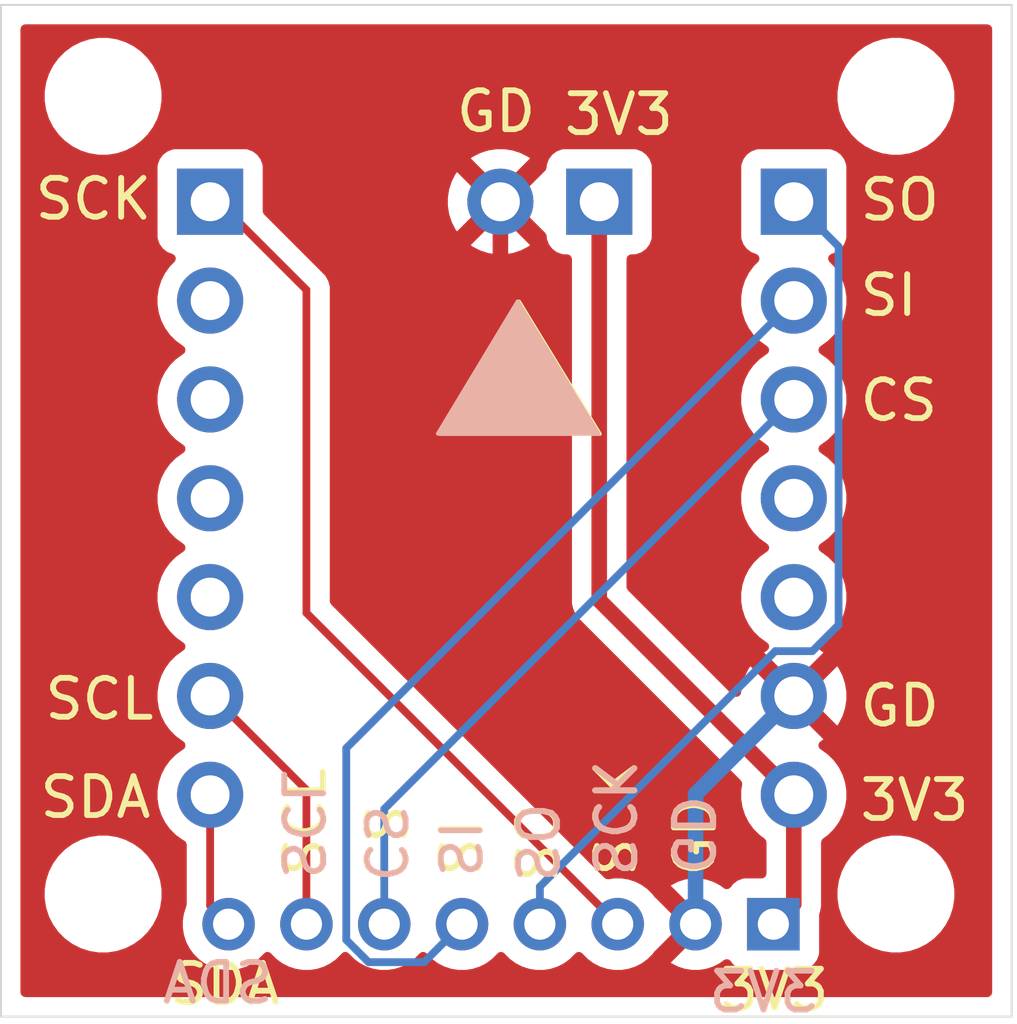
<source format=kicad_pcb>
(kicad_pcb (version 20241229) (generator "pcbnew") (generator_version "9.0")
  (layers (0 "F.Cu" signal) (2 "B.Cu" signal) (13 "F.Paste" user) (15 "B.Paste" user) (5 "F.SilkS" user "F.Silkscreen") (7 "B.SilkS" user "B.Silkscreen") (1 "F.Mask" user) (3 "B.Mask" user) (25 "Edge.Cuts" user))
  (net 0 "")
  (net 1 "/CS")
  (net 2 "/MOSI")
  (net 4 "/GND")
  (net 6 "/MISO")
  (net 7 "/3V3")
  (net 8 "/SCL")
  (net 9 "/SCK")
  (net 12 "/SDA")
  (footprint "MountingHole:MountingHole_2.5mm" (layer "F.Cu") (at 135.625 73.475)
    (property "Reference" "H1" (hide yes))
    (property "Value" "MountingHole" (hide yes))
    (pad "" np_thru_hole circle (at 0 0) (size 2.5 2.5) (drill 2.5) (layers "*.Cu" "*.Mask"))
  )
  (footprint "Connector_PinSocket_2.54mm:PinSocket_1x07_P2.54mm_Vertical" (layer "F.Cu") (at 138.375 76.185)
    (property "Reference" "J2" (hide yes))
    (property "Value" "Conn_01x07_Socket" (hide yes))
    (pad "1" thru_hole rect (at 0 0) (size 1.7 1.7) (drill 1) (layers "*.Cu" "*.Mask") (net 9 "/SCK"))
    (pad "2" thru_hole circle (at 0 2.54) (size 1.7 1.7) (drill 1) (layers "*.Cu" "*.Mask"))
    (pad "3" thru_hole circle (at 0 5.08) (size 1.7 1.7) (drill 1) (layers "*.Cu" "*.Mask"))
    (pad "4" thru_hole circle (at 0 7.62) (size 1.7 1.7) (drill 1) (layers "*.Cu" "*.Mask"))
    (pad "5" thru_hole circle (at 0 10.16) (size 1.7 1.7) (drill 1) (layers "*.Cu" "*.Mask"))
    (pad "6" thru_hole circle (at 0 12.7) (size 1.7 1.7) (drill 1) (layers "*.Cu" "*.Mask") (net 8 "/SCL"))
    (pad "7" thru_hole circle (at 0 15.24) (size 1.7 1.7) (drill 1) (layers "*.Cu" "*.Mask") (net 12 "/SDA"))
  )
  (footprint "MountingHole:MountingHole_2.5mm" (layer "F.Cu") (at 156.125 93.975)
    (property "Reference" "H3" (hide yes))
    (property "Value" "MountingHole" (hide yes))
    (pad "" np_thru_hole circle (at -0.125 0) (size 2.5 2.5) (drill 2.5) (layers "*.Cu" "*.Mask"))
  )
  (footprint "Connector_PinSocket_2.00mm:PinSocket_1x08_P2.00mm_Vertical" (layer "F.Cu") (at 152.85 94.75 -90)
    (property "Reference" "J4" (hide yes))
    (property "Value" "Conn_01x08_Socket" (hide yes))
    (pad "1" thru_hole rect (at 0 0 270) (size 1.35 1.35) (drill 0.8) (layers "*.Cu" "*.Mask") (net 7 "/3V3"))
    (pad "2" thru_hole circle (at 0 2 270) (size 1.35 1.35) (drill 0.8) (layers "*.Cu" "*.Mask") (net 4 "/GND"))
    (pad "3" thru_hole circle (at 0 4 270) (size 1.35 1.35) (drill 0.8) (layers "*.Cu" "*.Mask") (net 9 "/SCK"))
    (pad "4" thru_hole circle (at 0 6 270) (size 1.35 1.35) (drill 0.8) (layers "*.Cu" "*.Mask") (net 6 "/MISO"))
    (pad "5" thru_hole circle (at 0 8 270) (size 1.35 1.35) (drill 0.8) (layers "*.Cu" "*.Mask") (net 2 "/MOSI"))
    (pad "6" thru_hole circle (at 0 10 270) (size 1.35 1.35) (drill 0.8) (layers "*.Cu" "*.Mask") (net 1 "/CS"))
    (pad "7" thru_hole circle (at 0 12 270) (size 1.35 1.35) (drill 0.8) (layers "*.Cu" "*.Mask") (net 8 "/SCL"))
    (pad "8" thru_hole circle (at 0 14 270) (size 1.35 1.35) (drill 0.8) (layers "*.Cu" "*.Mask") (net 12 "/SDA"))
  )
  (footprint "MountingHole:MountingHole_2.5mm" (layer "F.Cu") (at 156.125 73.475)
    (property "Reference" "H2" (hide yes))
    (property "Value" "MountingHole" (hide yes))
    (pad "" np_thru_hole circle (at -0.125 0) (size 2.5 2.5) (drill 2.5) (layers "*.Cu" "*.Mask"))
  )
  (footprint "Connector_PinSocket_2.54mm:PinSocket_1x07_P2.54mm_Vertical" (layer "F.Cu") (at 153.375 76.185)
    (property "Reference" "J1" (hide yes))
    (property "Value" "Conn_01x07_Socket" (hide yes))
    (pad "1" thru_hole rect (at 0 0) (size 1.7 1.7) (drill 1) (layers "*.Cu" "*.Mask") (net 6 "/MISO"))
    (pad "2" thru_hole circle (at 0 2.54) (size 1.7 1.7) (drill 1) (layers "*.Cu" "*.Mask") (net 2 "/MOSI"))
    (pad "3" thru_hole circle (at 0 5.08) (size 1.7 1.7) (drill 1) (layers "*.Cu" "*.Mask") (net 1 "/CS"))
    (pad "4" thru_hole circle (at 0 7.62) (size 1.7 1.7) (drill 1) (layers "*.Cu" "*.Mask"))
    (pad "5" thru_hole circle (at 0 10.16) (size 1.7 1.7) (drill 1) (layers "*.Cu" "*.Mask"))
    (pad "6" thru_hole circle (at 0 12.7) (size 1.7 1.7) (drill 1) (layers "*.Cu" "*.Mask") (net 4 "/GND"))
    (pad "7" thru_hole circle (at 0 15.24) (size 1.7 1.7) (drill 1) (layers "*.Cu" "*.Mask") (net 7 "/3V3"))
  )
  (footprint "Connector_PinSocket_2.54mm:PinSocket_1x02_P2.54mm_Vertical" (layer "F.Cu") (at 148.375 76.185 -90)
    (property "Reference" "J3" (hide yes))
    (property "Value" "Conn_01x02_Socket" (hide yes))
    (pad "1" thru_hole rect (at 0 0 270) (size 1.7 1.7) (drill 1) (layers "*.Cu" "*.Mask") (net 7 "/3V3"))
    (pad "2" thru_hole circle (at 0 2.54 270) (size 1.7 1.7) (drill 1) (layers "*.Cu" "*.Mask") (net 4 "/GND"))
  )
  (footprint "MountingHole:MountingHole_2.5mm" (layer "F.Cu") (at 135.625 93.975)
    (property "Reference" "H4" (hide yes))
    (property "Value" "MountingHole" (hide yes))
    (pad "" np_thru_hole circle (at 0 0) (size 2.5 2.5) (drill 2.5) (layers "*.Cu" "*.Mask"))
  )
  (gr_poly (pts (xy 146.314921 78.75) (xy 144.264921 82.15) (xy 148.389921 82.15)) (stroke (width 0.1)) (fill yes) (layer "F.SilkS"))
  (gr_poly (pts (xy 146.277733 78.744857) (xy 144.227733 82.144857) (xy 148.352733 82.144857)) (stroke (width 0.1)) (fill yes) (layer "B.SilkS"))
  (gr_rect (start 133 71.125) (end 158.975 97.125) (stroke (width 0.05)) (fill no) (layer "Edge.Cuts"))
  (gr_text "SCK" (at 149.4 93.6 90) (layer "F.SilkS") (effects (font (size 1 1)) (justify left bottom)))
  (gr_text "SDA" (at 137.25 96.875 0) (layer "F.SilkS") (effects (font (size 1 1)) (justify left bottom)))
  (gr_text "3V3" (at 151.4 97.025 0) (layer "F.SilkS") (effects (font (size 1 1)) (justify left bottom)))
  (gr_text "CS" (at 143.523468 93.75 90) (layer "F.SilkS") (effects (font (size 1 1)) (justify left bottom)))
  (gr_text "GD" (at 155 89.725 0) (layer "F.SilkS") (effects (font (size 1 1)) (justify left bottom)))
  (gr_text "CS" (at 155 81.875 0) (layer "F.SilkS") (effects (font (size 1 1)) (justify left bottom)))
  (gr_text "3V3" (at 155 92.15 0) (layer "F.SilkS") (effects (font (size 1 1)) (justify left bottom)))
  (gr_text "SI" (at 145.425 93.6 90) (layer "F.SilkS") (effects (font (size 1 1)) (justify left bottom)))
  (gr_text "SCL" (at 134.05 89.55 0) (layer "F.SilkS") (effects (font (size 1 1)) (justify left bottom)))
  (gr_text "SO" (at 147.392531 93.75 90) (layer "F.SilkS") (effects (font (size 1 1)) (justify left bottom)))
  (gr_text "3V3" (at 147.4 74.525 0) (layer "F.SilkS") (effects (font (size 1 1)) (justify left bottom)))
  (gr_text "GD" (at 144.625 74.45 0) (layer "F.SilkS") (effects (font (size 1 1)) (justify left bottom)))
  (gr_text "SI" (at 155 79.175 0) (layer "F.SilkS") (effects (font (size 1 1)) (justify left bottom)))
  (gr_text "SDA" (at 133.925 92.075 0) (layer "F.SilkS") (effects (font (size 1 1)) (justify left bottom)))
  (gr_text "SCK" (at 133.8 76.7 0) (layer "F.SilkS") (effects (font (size 1 1)) (justify left bottom)))
  (gr_text "SO" (at 155 76.725 0) (layer "F.SilkS") (effects (font (size 1 1)) (justify left bottom)))
  (gr_text "GD" (at 151.425 93.6 90) (layer "F.SilkS") (effects (font (size 1 1)) (justify left bottom)))
  (gr_text "SCL" (at 141.4 93.6 90) (layer "F.SilkS") (effects (font (size 1 1)) (justify left bottom)))
  (gr_text "CS" (at 142.267022 93.75 270) (layer "B.SilkS") (effects (font (size 1 1)) (justify left bottom mirror)))
  (gr_text "3V3" (at 154.075 97.075 0) (layer "B.SilkS") (effects (font (size 1 1)) (justify left bottom mirror)))
  (gr_text "GD" (at 150.175 93.55 270) (layer "B.SilkS") (effects (font (size 1 1)) (justify left bottom mirror)))
  (gr_text "SCK" (at 148.15 93.6 270) (layer "B.SilkS") (effects (font (size 1 1)) (justify left bottom mirror)))
  (gr_text "SO" (at 146.159643 93.75 270) (layer "B.SilkS") (effects (font (size 1 1)) (justify left bottom mirror)))
  (gr_text "SI" (at 144.175 93.625 270) (layer "B.SilkS") (effects (font (size 1 1)) (justify left bottom mirror)))
  (gr_text "SDA" (at 140.075 96.85 0) (layer "B.SilkS") (effects (font (size 1 1)) (justify left bottom mirror)))
  (gr_text "SCL" (at 140.15 93.675 270) (layer "B.SilkS") (effects (font (size 1 1)) (justify left bottom mirror)))
  (segment (start 142.85 91.79) (end 142.85 94.75) (width 0.2) (layer "B.Cu") (net 1))
  (segment (start 153.375 81.265) (end 142.85 91.79) (width 0.2) (layer "B.Cu") (net 1))
  (segment (start 153.375 78.725) (end 141.874 90.226) (width 0.2) (layer "B.Cu") (net 2))
  (segment (start 141.874 95.154273) (end 142.445727 95.726) (width 0.2) (layer "B.Cu") (net 2))
  (segment (start 141.874 90.226) (end 141.874 95.154273) (width 0.2) (layer "B.Cu") (net 2))
  (segment (start 143.874 95.726) (end 144.85 94.75) (width 0.2) (layer "B.Cu") (net 2))
  (segment (start 142.445727 95.726) (end 143.874 95.726) (width 0.2) (layer "B.Cu") (net 2))
  (segment (start 145.835 89.735) (end 150.85 94.75) (width 0.4) (layer "F.Cu") (net 4))
  (segment (start 145.835 76.185) (end 145.835 89.735) (width 0.4) (layer "F.Cu") (net 4))
  (segment (start 150.85 91.41) (end 150.85 94.75) (width 0.4) (layer "B.Cu") (net 4))
  (segment (start 153.375 88.885) (end 150.85 91.41) (width 0.4) (layer "B.Cu") (net 4))
  (segment (start 152.89824 87.734) (end 146.85 93.78224) (width 0.2) (layer "B.Cu") (net 6))
  (segment (start 154.526 77.336) (end 154.526 87.05976) (width 0.2) (layer "B.Cu") (net 6))
  (segment (start 146.85 93.78224) (end 146.85 94.75) (width 0.2) (layer "B.Cu") (net 6))
  (segment (start 153.375 76.185) (end 154.526 77.336) (width 0.2) (layer "B.Cu") (net 6))
  (segment (start 154.526 87.05976) (end 153.85176 87.734) (width 0.2) (layer "B.Cu") (net 6))
  (segment (start 153.85176 87.734) (end 152.89824 87.734) (width 0.2) (layer "B.Cu") (net 6))
  (segment (start 148.375 76.185) (end 148.375 86.425) (width 0.4) (layer "F.Cu") (net 7))
  (segment (start 148.375 86.425) (end 153.375 91.425) (width 0.4) (layer "F.Cu") (net 7))
  (segment (start 153.375 91.425) (end 153.375 94.225) (width 0.4) (layer "F.Cu") (net 7))
  (segment (start 153.375 94.225) (end 152.85 94.75) (width 0.4) (layer "F.Cu") (net 7))
  (segment (start 140.85 91.3) (end 140.85 94.75) (width 0.2) (layer "F.Cu") (net 8))
  (segment (start 138.525 88.975) (end 140.85 91.3) (width 0.2) (layer "F.Cu") (net 8))
  (via (at 138.525 88.975) (size 0.6) (drill 0.3) (layers "F.Cu" "B.Cu") (net 8))
  (segment (start 138.435 88.885) (end 138.525 88.975) (width 0.2) (layer "B.Cu") (net 8))
  (segment (start 138.375 88.885) (end 138.435 88.885) (width 0.2) (layer "B.Cu") (net 8))
  (segment (start 140.85 78.45) (end 138.585 76.185) (width 0.2) (layer "F.Cu") (net 9))
  (segment (start 140.85 86.75) (end 140.85 78.45) (width 0.2) (layer "F.Cu") (net 9))
  (segment (start 148.85 94.75) (end 140.85 86.75) (width 0.2) (layer "F.Cu") (net 9))
  (segment (start 138.585 76.185) (end 138.375 76.185) (width 0.2) (layer "F.Cu") (net 9))
  (segment (start 138.375 94.275) (end 138.85 94.75) (width 0.2) (layer "F.Cu") (net 12))
  (segment (start 138.375 91.425) (end 138.375 94.275) (width 0.2) (layer "F.Cu") (net 12))
  (zone (net 4) (net_name "/GND") (layer "F.Cu") (connect_pads (clearance 0.5)) (min_thickness 0.25) (fill yes (thermal_gap 0.5) (thermal_bridge_width 0.5))
    (polygon (pts (xy 133.075 71) (xy 159.125 71) (xy 159 97.075) (xy 132.975 96.975) (xy 133.025 71.025)))
  )
)
</source>
